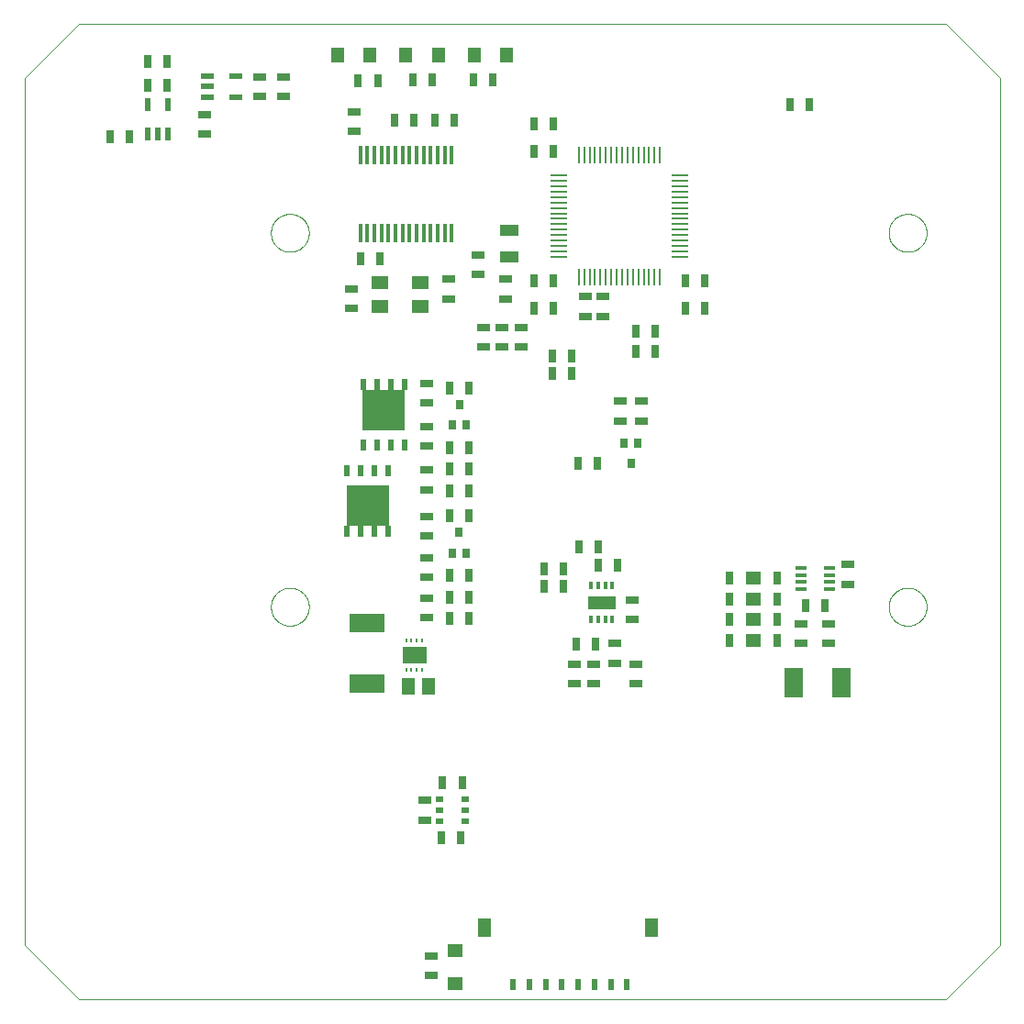
<source format=gtp>
G75*
%MOIN*%
%OFA0B0*%
%FSLAX25Y25*%
%IPPOS*%
%LPD*%
%AMOC8*
5,1,8,0,0,1.08239X$1,22.5*
%
%ADD10R,0.05118X0.05906*%
%ADD11C,0.00000*%
%ADD12R,0.00787X0.01575*%
%ADD13R,0.08760X0.05906*%
%ADD14R,0.04724X0.02362*%
%ADD15R,0.04724X0.03150*%
%ADD16R,0.02362X0.04724*%
%ADD17R,0.03150X0.04724*%
%ADD18R,0.12598X0.07087*%
%ADD19R,0.03937X0.01772*%
%ADD20R,0.01575X0.02756*%
%ADD21R,0.10000X0.05000*%
%ADD22R,0.02756X0.03543*%
%ADD23R,0.07087X0.10630*%
%ADD24R,0.02402X0.04016*%
%ADD25R,0.15394X0.15000*%
%ADD26R,0.00984X0.06102*%
%ADD27R,0.06102X0.00984*%
%ADD28R,0.01575X0.06890*%
%ADD29R,0.07087X0.03937*%
%ADD30R,0.06299X0.04921*%
%ADD31R,0.03937X0.00984*%
%ADD32R,0.00984X0.03937*%
%ADD33R,0.02756X0.02000*%
%ADD34R,0.02362X0.03937*%
%ADD35R,0.04921X0.07087*%
%ADD36R,0.04724X0.05512*%
%ADD37R,0.05512X0.04724*%
D10*
X0142502Y0115101D03*
X0149983Y0115101D03*
D11*
X0003172Y0020888D02*
X0003172Y0335849D01*
X0022857Y0355534D01*
X0337817Y0355534D01*
X0357502Y0335849D01*
X0357502Y0020888D01*
X0337817Y0001203D01*
X0022857Y0001203D01*
X0003172Y0020888D01*
X0092738Y0143920D02*
X0092740Y0144089D01*
X0092746Y0144258D01*
X0092757Y0144427D01*
X0092771Y0144595D01*
X0092790Y0144763D01*
X0092813Y0144931D01*
X0092839Y0145098D01*
X0092870Y0145264D01*
X0092905Y0145430D01*
X0092944Y0145594D01*
X0092988Y0145758D01*
X0093035Y0145920D01*
X0093086Y0146081D01*
X0093141Y0146241D01*
X0093200Y0146400D01*
X0093262Y0146557D01*
X0093329Y0146712D01*
X0093400Y0146866D01*
X0093474Y0147018D01*
X0093552Y0147168D01*
X0093633Y0147316D01*
X0093718Y0147462D01*
X0093807Y0147606D01*
X0093899Y0147748D01*
X0093995Y0147887D01*
X0094094Y0148024D01*
X0094196Y0148159D01*
X0094302Y0148291D01*
X0094411Y0148420D01*
X0094523Y0148547D01*
X0094638Y0148671D01*
X0094756Y0148792D01*
X0094877Y0148910D01*
X0095001Y0149025D01*
X0095128Y0149137D01*
X0095257Y0149246D01*
X0095389Y0149352D01*
X0095524Y0149454D01*
X0095661Y0149553D01*
X0095800Y0149649D01*
X0095942Y0149741D01*
X0096086Y0149830D01*
X0096232Y0149915D01*
X0096380Y0149996D01*
X0096530Y0150074D01*
X0096682Y0150148D01*
X0096836Y0150219D01*
X0096991Y0150286D01*
X0097148Y0150348D01*
X0097307Y0150407D01*
X0097467Y0150462D01*
X0097628Y0150513D01*
X0097790Y0150560D01*
X0097954Y0150604D01*
X0098118Y0150643D01*
X0098284Y0150678D01*
X0098450Y0150709D01*
X0098617Y0150735D01*
X0098785Y0150758D01*
X0098953Y0150777D01*
X0099121Y0150791D01*
X0099290Y0150802D01*
X0099459Y0150808D01*
X0099628Y0150810D01*
X0099797Y0150808D01*
X0099966Y0150802D01*
X0100135Y0150791D01*
X0100303Y0150777D01*
X0100471Y0150758D01*
X0100639Y0150735D01*
X0100806Y0150709D01*
X0100972Y0150678D01*
X0101138Y0150643D01*
X0101302Y0150604D01*
X0101466Y0150560D01*
X0101628Y0150513D01*
X0101789Y0150462D01*
X0101949Y0150407D01*
X0102108Y0150348D01*
X0102265Y0150286D01*
X0102420Y0150219D01*
X0102574Y0150148D01*
X0102726Y0150074D01*
X0102876Y0149996D01*
X0103024Y0149915D01*
X0103170Y0149830D01*
X0103314Y0149741D01*
X0103456Y0149649D01*
X0103595Y0149553D01*
X0103732Y0149454D01*
X0103867Y0149352D01*
X0103999Y0149246D01*
X0104128Y0149137D01*
X0104255Y0149025D01*
X0104379Y0148910D01*
X0104500Y0148792D01*
X0104618Y0148671D01*
X0104733Y0148547D01*
X0104845Y0148420D01*
X0104954Y0148291D01*
X0105060Y0148159D01*
X0105162Y0148024D01*
X0105261Y0147887D01*
X0105357Y0147748D01*
X0105449Y0147606D01*
X0105538Y0147462D01*
X0105623Y0147316D01*
X0105704Y0147168D01*
X0105782Y0147018D01*
X0105856Y0146866D01*
X0105927Y0146712D01*
X0105994Y0146557D01*
X0106056Y0146400D01*
X0106115Y0146241D01*
X0106170Y0146081D01*
X0106221Y0145920D01*
X0106268Y0145758D01*
X0106312Y0145594D01*
X0106351Y0145430D01*
X0106386Y0145264D01*
X0106417Y0145098D01*
X0106443Y0144931D01*
X0106466Y0144763D01*
X0106485Y0144595D01*
X0106499Y0144427D01*
X0106510Y0144258D01*
X0106516Y0144089D01*
X0106518Y0143920D01*
X0106516Y0143751D01*
X0106510Y0143582D01*
X0106499Y0143413D01*
X0106485Y0143245D01*
X0106466Y0143077D01*
X0106443Y0142909D01*
X0106417Y0142742D01*
X0106386Y0142576D01*
X0106351Y0142410D01*
X0106312Y0142246D01*
X0106268Y0142082D01*
X0106221Y0141920D01*
X0106170Y0141759D01*
X0106115Y0141599D01*
X0106056Y0141440D01*
X0105994Y0141283D01*
X0105927Y0141128D01*
X0105856Y0140974D01*
X0105782Y0140822D01*
X0105704Y0140672D01*
X0105623Y0140524D01*
X0105538Y0140378D01*
X0105449Y0140234D01*
X0105357Y0140092D01*
X0105261Y0139953D01*
X0105162Y0139816D01*
X0105060Y0139681D01*
X0104954Y0139549D01*
X0104845Y0139420D01*
X0104733Y0139293D01*
X0104618Y0139169D01*
X0104500Y0139048D01*
X0104379Y0138930D01*
X0104255Y0138815D01*
X0104128Y0138703D01*
X0103999Y0138594D01*
X0103867Y0138488D01*
X0103732Y0138386D01*
X0103595Y0138287D01*
X0103456Y0138191D01*
X0103314Y0138099D01*
X0103170Y0138010D01*
X0103024Y0137925D01*
X0102876Y0137844D01*
X0102726Y0137766D01*
X0102574Y0137692D01*
X0102420Y0137621D01*
X0102265Y0137554D01*
X0102108Y0137492D01*
X0101949Y0137433D01*
X0101789Y0137378D01*
X0101628Y0137327D01*
X0101466Y0137280D01*
X0101302Y0137236D01*
X0101138Y0137197D01*
X0100972Y0137162D01*
X0100806Y0137131D01*
X0100639Y0137105D01*
X0100471Y0137082D01*
X0100303Y0137063D01*
X0100135Y0137049D01*
X0099966Y0137038D01*
X0099797Y0137032D01*
X0099628Y0137030D01*
X0099459Y0137032D01*
X0099290Y0137038D01*
X0099121Y0137049D01*
X0098953Y0137063D01*
X0098785Y0137082D01*
X0098617Y0137105D01*
X0098450Y0137131D01*
X0098284Y0137162D01*
X0098118Y0137197D01*
X0097954Y0137236D01*
X0097790Y0137280D01*
X0097628Y0137327D01*
X0097467Y0137378D01*
X0097307Y0137433D01*
X0097148Y0137492D01*
X0096991Y0137554D01*
X0096836Y0137621D01*
X0096682Y0137692D01*
X0096530Y0137766D01*
X0096380Y0137844D01*
X0096232Y0137925D01*
X0096086Y0138010D01*
X0095942Y0138099D01*
X0095800Y0138191D01*
X0095661Y0138287D01*
X0095524Y0138386D01*
X0095389Y0138488D01*
X0095257Y0138594D01*
X0095128Y0138703D01*
X0095001Y0138815D01*
X0094877Y0138930D01*
X0094756Y0139048D01*
X0094638Y0139169D01*
X0094523Y0139293D01*
X0094411Y0139420D01*
X0094302Y0139549D01*
X0094196Y0139681D01*
X0094094Y0139816D01*
X0093995Y0139953D01*
X0093899Y0140092D01*
X0093807Y0140234D01*
X0093718Y0140378D01*
X0093633Y0140524D01*
X0093552Y0140672D01*
X0093474Y0140822D01*
X0093400Y0140974D01*
X0093329Y0141128D01*
X0093262Y0141283D01*
X0093200Y0141440D01*
X0093141Y0141599D01*
X0093086Y0141759D01*
X0093035Y0141920D01*
X0092988Y0142082D01*
X0092944Y0142246D01*
X0092905Y0142410D01*
X0092870Y0142576D01*
X0092839Y0142742D01*
X0092813Y0142909D01*
X0092790Y0143077D01*
X0092771Y0143245D01*
X0092757Y0143413D01*
X0092746Y0143582D01*
X0092740Y0143751D01*
X0092738Y0143920D01*
X0092738Y0279746D02*
X0092740Y0279915D01*
X0092746Y0280084D01*
X0092757Y0280253D01*
X0092771Y0280421D01*
X0092790Y0280589D01*
X0092813Y0280757D01*
X0092839Y0280924D01*
X0092870Y0281090D01*
X0092905Y0281256D01*
X0092944Y0281420D01*
X0092988Y0281584D01*
X0093035Y0281746D01*
X0093086Y0281907D01*
X0093141Y0282067D01*
X0093200Y0282226D01*
X0093262Y0282383D01*
X0093329Y0282538D01*
X0093400Y0282692D01*
X0093474Y0282844D01*
X0093552Y0282994D01*
X0093633Y0283142D01*
X0093718Y0283288D01*
X0093807Y0283432D01*
X0093899Y0283574D01*
X0093995Y0283713D01*
X0094094Y0283850D01*
X0094196Y0283985D01*
X0094302Y0284117D01*
X0094411Y0284246D01*
X0094523Y0284373D01*
X0094638Y0284497D01*
X0094756Y0284618D01*
X0094877Y0284736D01*
X0095001Y0284851D01*
X0095128Y0284963D01*
X0095257Y0285072D01*
X0095389Y0285178D01*
X0095524Y0285280D01*
X0095661Y0285379D01*
X0095800Y0285475D01*
X0095942Y0285567D01*
X0096086Y0285656D01*
X0096232Y0285741D01*
X0096380Y0285822D01*
X0096530Y0285900D01*
X0096682Y0285974D01*
X0096836Y0286045D01*
X0096991Y0286112D01*
X0097148Y0286174D01*
X0097307Y0286233D01*
X0097467Y0286288D01*
X0097628Y0286339D01*
X0097790Y0286386D01*
X0097954Y0286430D01*
X0098118Y0286469D01*
X0098284Y0286504D01*
X0098450Y0286535D01*
X0098617Y0286561D01*
X0098785Y0286584D01*
X0098953Y0286603D01*
X0099121Y0286617D01*
X0099290Y0286628D01*
X0099459Y0286634D01*
X0099628Y0286636D01*
X0099797Y0286634D01*
X0099966Y0286628D01*
X0100135Y0286617D01*
X0100303Y0286603D01*
X0100471Y0286584D01*
X0100639Y0286561D01*
X0100806Y0286535D01*
X0100972Y0286504D01*
X0101138Y0286469D01*
X0101302Y0286430D01*
X0101466Y0286386D01*
X0101628Y0286339D01*
X0101789Y0286288D01*
X0101949Y0286233D01*
X0102108Y0286174D01*
X0102265Y0286112D01*
X0102420Y0286045D01*
X0102574Y0285974D01*
X0102726Y0285900D01*
X0102876Y0285822D01*
X0103024Y0285741D01*
X0103170Y0285656D01*
X0103314Y0285567D01*
X0103456Y0285475D01*
X0103595Y0285379D01*
X0103732Y0285280D01*
X0103867Y0285178D01*
X0103999Y0285072D01*
X0104128Y0284963D01*
X0104255Y0284851D01*
X0104379Y0284736D01*
X0104500Y0284618D01*
X0104618Y0284497D01*
X0104733Y0284373D01*
X0104845Y0284246D01*
X0104954Y0284117D01*
X0105060Y0283985D01*
X0105162Y0283850D01*
X0105261Y0283713D01*
X0105357Y0283574D01*
X0105449Y0283432D01*
X0105538Y0283288D01*
X0105623Y0283142D01*
X0105704Y0282994D01*
X0105782Y0282844D01*
X0105856Y0282692D01*
X0105927Y0282538D01*
X0105994Y0282383D01*
X0106056Y0282226D01*
X0106115Y0282067D01*
X0106170Y0281907D01*
X0106221Y0281746D01*
X0106268Y0281584D01*
X0106312Y0281420D01*
X0106351Y0281256D01*
X0106386Y0281090D01*
X0106417Y0280924D01*
X0106443Y0280757D01*
X0106466Y0280589D01*
X0106485Y0280421D01*
X0106499Y0280253D01*
X0106510Y0280084D01*
X0106516Y0279915D01*
X0106518Y0279746D01*
X0106516Y0279577D01*
X0106510Y0279408D01*
X0106499Y0279239D01*
X0106485Y0279071D01*
X0106466Y0278903D01*
X0106443Y0278735D01*
X0106417Y0278568D01*
X0106386Y0278402D01*
X0106351Y0278236D01*
X0106312Y0278072D01*
X0106268Y0277908D01*
X0106221Y0277746D01*
X0106170Y0277585D01*
X0106115Y0277425D01*
X0106056Y0277266D01*
X0105994Y0277109D01*
X0105927Y0276954D01*
X0105856Y0276800D01*
X0105782Y0276648D01*
X0105704Y0276498D01*
X0105623Y0276350D01*
X0105538Y0276204D01*
X0105449Y0276060D01*
X0105357Y0275918D01*
X0105261Y0275779D01*
X0105162Y0275642D01*
X0105060Y0275507D01*
X0104954Y0275375D01*
X0104845Y0275246D01*
X0104733Y0275119D01*
X0104618Y0274995D01*
X0104500Y0274874D01*
X0104379Y0274756D01*
X0104255Y0274641D01*
X0104128Y0274529D01*
X0103999Y0274420D01*
X0103867Y0274314D01*
X0103732Y0274212D01*
X0103595Y0274113D01*
X0103456Y0274017D01*
X0103314Y0273925D01*
X0103170Y0273836D01*
X0103024Y0273751D01*
X0102876Y0273670D01*
X0102726Y0273592D01*
X0102574Y0273518D01*
X0102420Y0273447D01*
X0102265Y0273380D01*
X0102108Y0273318D01*
X0101949Y0273259D01*
X0101789Y0273204D01*
X0101628Y0273153D01*
X0101466Y0273106D01*
X0101302Y0273062D01*
X0101138Y0273023D01*
X0100972Y0272988D01*
X0100806Y0272957D01*
X0100639Y0272931D01*
X0100471Y0272908D01*
X0100303Y0272889D01*
X0100135Y0272875D01*
X0099966Y0272864D01*
X0099797Y0272858D01*
X0099628Y0272856D01*
X0099459Y0272858D01*
X0099290Y0272864D01*
X0099121Y0272875D01*
X0098953Y0272889D01*
X0098785Y0272908D01*
X0098617Y0272931D01*
X0098450Y0272957D01*
X0098284Y0272988D01*
X0098118Y0273023D01*
X0097954Y0273062D01*
X0097790Y0273106D01*
X0097628Y0273153D01*
X0097467Y0273204D01*
X0097307Y0273259D01*
X0097148Y0273318D01*
X0096991Y0273380D01*
X0096836Y0273447D01*
X0096682Y0273518D01*
X0096530Y0273592D01*
X0096380Y0273670D01*
X0096232Y0273751D01*
X0096086Y0273836D01*
X0095942Y0273925D01*
X0095800Y0274017D01*
X0095661Y0274113D01*
X0095524Y0274212D01*
X0095389Y0274314D01*
X0095257Y0274420D01*
X0095128Y0274529D01*
X0095001Y0274641D01*
X0094877Y0274756D01*
X0094756Y0274874D01*
X0094638Y0274995D01*
X0094523Y0275119D01*
X0094411Y0275246D01*
X0094302Y0275375D01*
X0094196Y0275507D01*
X0094094Y0275642D01*
X0093995Y0275779D01*
X0093899Y0275918D01*
X0093807Y0276060D01*
X0093718Y0276204D01*
X0093633Y0276350D01*
X0093552Y0276498D01*
X0093474Y0276648D01*
X0093400Y0276800D01*
X0093329Y0276954D01*
X0093262Y0277109D01*
X0093200Y0277266D01*
X0093141Y0277425D01*
X0093086Y0277585D01*
X0093035Y0277746D01*
X0092988Y0277908D01*
X0092944Y0278072D01*
X0092905Y0278236D01*
X0092870Y0278402D01*
X0092839Y0278568D01*
X0092813Y0278735D01*
X0092790Y0278903D01*
X0092771Y0279071D01*
X0092757Y0279239D01*
X0092746Y0279408D01*
X0092740Y0279577D01*
X0092738Y0279746D01*
X0317148Y0279746D02*
X0317150Y0279915D01*
X0317156Y0280084D01*
X0317167Y0280253D01*
X0317181Y0280421D01*
X0317200Y0280589D01*
X0317223Y0280757D01*
X0317249Y0280924D01*
X0317280Y0281090D01*
X0317315Y0281256D01*
X0317354Y0281420D01*
X0317398Y0281584D01*
X0317445Y0281746D01*
X0317496Y0281907D01*
X0317551Y0282067D01*
X0317610Y0282226D01*
X0317672Y0282383D01*
X0317739Y0282538D01*
X0317810Y0282692D01*
X0317884Y0282844D01*
X0317962Y0282994D01*
X0318043Y0283142D01*
X0318128Y0283288D01*
X0318217Y0283432D01*
X0318309Y0283574D01*
X0318405Y0283713D01*
X0318504Y0283850D01*
X0318606Y0283985D01*
X0318712Y0284117D01*
X0318821Y0284246D01*
X0318933Y0284373D01*
X0319048Y0284497D01*
X0319166Y0284618D01*
X0319287Y0284736D01*
X0319411Y0284851D01*
X0319538Y0284963D01*
X0319667Y0285072D01*
X0319799Y0285178D01*
X0319934Y0285280D01*
X0320071Y0285379D01*
X0320210Y0285475D01*
X0320352Y0285567D01*
X0320496Y0285656D01*
X0320642Y0285741D01*
X0320790Y0285822D01*
X0320940Y0285900D01*
X0321092Y0285974D01*
X0321246Y0286045D01*
X0321401Y0286112D01*
X0321558Y0286174D01*
X0321717Y0286233D01*
X0321877Y0286288D01*
X0322038Y0286339D01*
X0322200Y0286386D01*
X0322364Y0286430D01*
X0322528Y0286469D01*
X0322694Y0286504D01*
X0322860Y0286535D01*
X0323027Y0286561D01*
X0323195Y0286584D01*
X0323363Y0286603D01*
X0323531Y0286617D01*
X0323700Y0286628D01*
X0323869Y0286634D01*
X0324038Y0286636D01*
X0324207Y0286634D01*
X0324376Y0286628D01*
X0324545Y0286617D01*
X0324713Y0286603D01*
X0324881Y0286584D01*
X0325049Y0286561D01*
X0325216Y0286535D01*
X0325382Y0286504D01*
X0325548Y0286469D01*
X0325712Y0286430D01*
X0325876Y0286386D01*
X0326038Y0286339D01*
X0326199Y0286288D01*
X0326359Y0286233D01*
X0326518Y0286174D01*
X0326675Y0286112D01*
X0326830Y0286045D01*
X0326984Y0285974D01*
X0327136Y0285900D01*
X0327286Y0285822D01*
X0327434Y0285741D01*
X0327580Y0285656D01*
X0327724Y0285567D01*
X0327866Y0285475D01*
X0328005Y0285379D01*
X0328142Y0285280D01*
X0328277Y0285178D01*
X0328409Y0285072D01*
X0328538Y0284963D01*
X0328665Y0284851D01*
X0328789Y0284736D01*
X0328910Y0284618D01*
X0329028Y0284497D01*
X0329143Y0284373D01*
X0329255Y0284246D01*
X0329364Y0284117D01*
X0329470Y0283985D01*
X0329572Y0283850D01*
X0329671Y0283713D01*
X0329767Y0283574D01*
X0329859Y0283432D01*
X0329948Y0283288D01*
X0330033Y0283142D01*
X0330114Y0282994D01*
X0330192Y0282844D01*
X0330266Y0282692D01*
X0330337Y0282538D01*
X0330404Y0282383D01*
X0330466Y0282226D01*
X0330525Y0282067D01*
X0330580Y0281907D01*
X0330631Y0281746D01*
X0330678Y0281584D01*
X0330722Y0281420D01*
X0330761Y0281256D01*
X0330796Y0281090D01*
X0330827Y0280924D01*
X0330853Y0280757D01*
X0330876Y0280589D01*
X0330895Y0280421D01*
X0330909Y0280253D01*
X0330920Y0280084D01*
X0330926Y0279915D01*
X0330928Y0279746D01*
X0330926Y0279577D01*
X0330920Y0279408D01*
X0330909Y0279239D01*
X0330895Y0279071D01*
X0330876Y0278903D01*
X0330853Y0278735D01*
X0330827Y0278568D01*
X0330796Y0278402D01*
X0330761Y0278236D01*
X0330722Y0278072D01*
X0330678Y0277908D01*
X0330631Y0277746D01*
X0330580Y0277585D01*
X0330525Y0277425D01*
X0330466Y0277266D01*
X0330404Y0277109D01*
X0330337Y0276954D01*
X0330266Y0276800D01*
X0330192Y0276648D01*
X0330114Y0276498D01*
X0330033Y0276350D01*
X0329948Y0276204D01*
X0329859Y0276060D01*
X0329767Y0275918D01*
X0329671Y0275779D01*
X0329572Y0275642D01*
X0329470Y0275507D01*
X0329364Y0275375D01*
X0329255Y0275246D01*
X0329143Y0275119D01*
X0329028Y0274995D01*
X0328910Y0274874D01*
X0328789Y0274756D01*
X0328665Y0274641D01*
X0328538Y0274529D01*
X0328409Y0274420D01*
X0328277Y0274314D01*
X0328142Y0274212D01*
X0328005Y0274113D01*
X0327866Y0274017D01*
X0327724Y0273925D01*
X0327580Y0273836D01*
X0327434Y0273751D01*
X0327286Y0273670D01*
X0327136Y0273592D01*
X0326984Y0273518D01*
X0326830Y0273447D01*
X0326675Y0273380D01*
X0326518Y0273318D01*
X0326359Y0273259D01*
X0326199Y0273204D01*
X0326038Y0273153D01*
X0325876Y0273106D01*
X0325712Y0273062D01*
X0325548Y0273023D01*
X0325382Y0272988D01*
X0325216Y0272957D01*
X0325049Y0272931D01*
X0324881Y0272908D01*
X0324713Y0272889D01*
X0324545Y0272875D01*
X0324376Y0272864D01*
X0324207Y0272858D01*
X0324038Y0272856D01*
X0323869Y0272858D01*
X0323700Y0272864D01*
X0323531Y0272875D01*
X0323363Y0272889D01*
X0323195Y0272908D01*
X0323027Y0272931D01*
X0322860Y0272957D01*
X0322694Y0272988D01*
X0322528Y0273023D01*
X0322364Y0273062D01*
X0322200Y0273106D01*
X0322038Y0273153D01*
X0321877Y0273204D01*
X0321717Y0273259D01*
X0321558Y0273318D01*
X0321401Y0273380D01*
X0321246Y0273447D01*
X0321092Y0273518D01*
X0320940Y0273592D01*
X0320790Y0273670D01*
X0320642Y0273751D01*
X0320496Y0273836D01*
X0320352Y0273925D01*
X0320210Y0274017D01*
X0320071Y0274113D01*
X0319934Y0274212D01*
X0319799Y0274314D01*
X0319667Y0274420D01*
X0319538Y0274529D01*
X0319411Y0274641D01*
X0319287Y0274756D01*
X0319166Y0274874D01*
X0319048Y0274995D01*
X0318933Y0275119D01*
X0318821Y0275246D01*
X0318712Y0275375D01*
X0318606Y0275507D01*
X0318504Y0275642D01*
X0318405Y0275779D01*
X0318309Y0275918D01*
X0318217Y0276060D01*
X0318128Y0276204D01*
X0318043Y0276350D01*
X0317962Y0276498D01*
X0317884Y0276648D01*
X0317810Y0276800D01*
X0317739Y0276954D01*
X0317672Y0277109D01*
X0317610Y0277266D01*
X0317551Y0277425D01*
X0317496Y0277585D01*
X0317445Y0277746D01*
X0317398Y0277908D01*
X0317354Y0278072D01*
X0317315Y0278236D01*
X0317280Y0278402D01*
X0317249Y0278568D01*
X0317223Y0278735D01*
X0317200Y0278903D01*
X0317181Y0279071D01*
X0317167Y0279239D01*
X0317156Y0279408D01*
X0317150Y0279577D01*
X0317148Y0279746D01*
X0317148Y0143920D02*
X0317150Y0144089D01*
X0317156Y0144258D01*
X0317167Y0144427D01*
X0317181Y0144595D01*
X0317200Y0144763D01*
X0317223Y0144931D01*
X0317249Y0145098D01*
X0317280Y0145264D01*
X0317315Y0145430D01*
X0317354Y0145594D01*
X0317398Y0145758D01*
X0317445Y0145920D01*
X0317496Y0146081D01*
X0317551Y0146241D01*
X0317610Y0146400D01*
X0317672Y0146557D01*
X0317739Y0146712D01*
X0317810Y0146866D01*
X0317884Y0147018D01*
X0317962Y0147168D01*
X0318043Y0147316D01*
X0318128Y0147462D01*
X0318217Y0147606D01*
X0318309Y0147748D01*
X0318405Y0147887D01*
X0318504Y0148024D01*
X0318606Y0148159D01*
X0318712Y0148291D01*
X0318821Y0148420D01*
X0318933Y0148547D01*
X0319048Y0148671D01*
X0319166Y0148792D01*
X0319287Y0148910D01*
X0319411Y0149025D01*
X0319538Y0149137D01*
X0319667Y0149246D01*
X0319799Y0149352D01*
X0319934Y0149454D01*
X0320071Y0149553D01*
X0320210Y0149649D01*
X0320352Y0149741D01*
X0320496Y0149830D01*
X0320642Y0149915D01*
X0320790Y0149996D01*
X0320940Y0150074D01*
X0321092Y0150148D01*
X0321246Y0150219D01*
X0321401Y0150286D01*
X0321558Y0150348D01*
X0321717Y0150407D01*
X0321877Y0150462D01*
X0322038Y0150513D01*
X0322200Y0150560D01*
X0322364Y0150604D01*
X0322528Y0150643D01*
X0322694Y0150678D01*
X0322860Y0150709D01*
X0323027Y0150735D01*
X0323195Y0150758D01*
X0323363Y0150777D01*
X0323531Y0150791D01*
X0323700Y0150802D01*
X0323869Y0150808D01*
X0324038Y0150810D01*
X0324207Y0150808D01*
X0324376Y0150802D01*
X0324545Y0150791D01*
X0324713Y0150777D01*
X0324881Y0150758D01*
X0325049Y0150735D01*
X0325216Y0150709D01*
X0325382Y0150678D01*
X0325548Y0150643D01*
X0325712Y0150604D01*
X0325876Y0150560D01*
X0326038Y0150513D01*
X0326199Y0150462D01*
X0326359Y0150407D01*
X0326518Y0150348D01*
X0326675Y0150286D01*
X0326830Y0150219D01*
X0326984Y0150148D01*
X0327136Y0150074D01*
X0327286Y0149996D01*
X0327434Y0149915D01*
X0327580Y0149830D01*
X0327724Y0149741D01*
X0327866Y0149649D01*
X0328005Y0149553D01*
X0328142Y0149454D01*
X0328277Y0149352D01*
X0328409Y0149246D01*
X0328538Y0149137D01*
X0328665Y0149025D01*
X0328789Y0148910D01*
X0328910Y0148792D01*
X0329028Y0148671D01*
X0329143Y0148547D01*
X0329255Y0148420D01*
X0329364Y0148291D01*
X0329470Y0148159D01*
X0329572Y0148024D01*
X0329671Y0147887D01*
X0329767Y0147748D01*
X0329859Y0147606D01*
X0329948Y0147462D01*
X0330033Y0147316D01*
X0330114Y0147168D01*
X0330192Y0147018D01*
X0330266Y0146866D01*
X0330337Y0146712D01*
X0330404Y0146557D01*
X0330466Y0146400D01*
X0330525Y0146241D01*
X0330580Y0146081D01*
X0330631Y0145920D01*
X0330678Y0145758D01*
X0330722Y0145594D01*
X0330761Y0145430D01*
X0330796Y0145264D01*
X0330827Y0145098D01*
X0330853Y0144931D01*
X0330876Y0144763D01*
X0330895Y0144595D01*
X0330909Y0144427D01*
X0330920Y0144258D01*
X0330926Y0144089D01*
X0330928Y0143920D01*
X0330926Y0143751D01*
X0330920Y0143582D01*
X0330909Y0143413D01*
X0330895Y0143245D01*
X0330876Y0143077D01*
X0330853Y0142909D01*
X0330827Y0142742D01*
X0330796Y0142576D01*
X0330761Y0142410D01*
X0330722Y0142246D01*
X0330678Y0142082D01*
X0330631Y0141920D01*
X0330580Y0141759D01*
X0330525Y0141599D01*
X0330466Y0141440D01*
X0330404Y0141283D01*
X0330337Y0141128D01*
X0330266Y0140974D01*
X0330192Y0140822D01*
X0330114Y0140672D01*
X0330033Y0140524D01*
X0329948Y0140378D01*
X0329859Y0140234D01*
X0329767Y0140092D01*
X0329671Y0139953D01*
X0329572Y0139816D01*
X0329470Y0139681D01*
X0329364Y0139549D01*
X0329255Y0139420D01*
X0329143Y0139293D01*
X0329028Y0139169D01*
X0328910Y0139048D01*
X0328789Y0138930D01*
X0328665Y0138815D01*
X0328538Y0138703D01*
X0328409Y0138594D01*
X0328277Y0138488D01*
X0328142Y0138386D01*
X0328005Y0138287D01*
X0327866Y0138191D01*
X0327724Y0138099D01*
X0327580Y0138010D01*
X0327434Y0137925D01*
X0327286Y0137844D01*
X0327136Y0137766D01*
X0326984Y0137692D01*
X0326830Y0137621D01*
X0326675Y0137554D01*
X0326518Y0137492D01*
X0326359Y0137433D01*
X0326199Y0137378D01*
X0326038Y0137327D01*
X0325876Y0137280D01*
X0325712Y0137236D01*
X0325548Y0137197D01*
X0325382Y0137162D01*
X0325216Y0137131D01*
X0325049Y0137105D01*
X0324881Y0137082D01*
X0324713Y0137063D01*
X0324545Y0137049D01*
X0324376Y0137038D01*
X0324207Y0137032D01*
X0324038Y0137030D01*
X0323869Y0137032D01*
X0323700Y0137038D01*
X0323531Y0137049D01*
X0323363Y0137063D01*
X0323195Y0137082D01*
X0323027Y0137105D01*
X0322860Y0137131D01*
X0322694Y0137162D01*
X0322528Y0137197D01*
X0322364Y0137236D01*
X0322200Y0137280D01*
X0322038Y0137327D01*
X0321877Y0137378D01*
X0321717Y0137433D01*
X0321558Y0137492D01*
X0321401Y0137554D01*
X0321246Y0137621D01*
X0321092Y0137692D01*
X0320940Y0137766D01*
X0320790Y0137844D01*
X0320642Y0137925D01*
X0320496Y0138010D01*
X0320352Y0138099D01*
X0320210Y0138191D01*
X0320071Y0138287D01*
X0319934Y0138386D01*
X0319799Y0138488D01*
X0319667Y0138594D01*
X0319538Y0138703D01*
X0319411Y0138815D01*
X0319287Y0138930D01*
X0319166Y0139048D01*
X0319048Y0139169D01*
X0318933Y0139293D01*
X0318821Y0139420D01*
X0318712Y0139549D01*
X0318606Y0139681D01*
X0318504Y0139816D01*
X0318405Y0139953D01*
X0318309Y0140092D01*
X0318217Y0140234D01*
X0318128Y0140378D01*
X0318043Y0140524D01*
X0317962Y0140672D01*
X0317884Y0140822D01*
X0317810Y0140974D01*
X0317739Y0141128D01*
X0317672Y0141283D01*
X0317610Y0141440D01*
X0317551Y0141599D01*
X0317496Y0141759D01*
X0317445Y0141920D01*
X0317398Y0142082D01*
X0317354Y0142246D01*
X0317315Y0142410D01*
X0317280Y0142576D01*
X0317249Y0142742D01*
X0317223Y0142909D01*
X0317200Y0143077D01*
X0317181Y0143245D01*
X0317167Y0143413D01*
X0317156Y0143582D01*
X0317150Y0143751D01*
X0317148Y0143920D01*
D12*
X0147739Y0131715D03*
X0145770Y0131715D03*
X0143802Y0131715D03*
X0141833Y0131715D03*
X0141833Y0121085D03*
X0143802Y0121085D03*
X0145770Y0121085D03*
X0147739Y0121085D03*
D13*
X0144835Y0126400D03*
D14*
X0080120Y0329146D03*
X0080120Y0336626D03*
X0069491Y0336626D03*
X0069491Y0332886D03*
X0069491Y0329146D03*
D15*
X0068556Y0322680D03*
X0068556Y0315593D03*
X0088556Y0329343D03*
X0088556Y0336430D03*
X0097306Y0336430D03*
X0097306Y0329343D03*
X0122857Y0323762D03*
X0122857Y0316676D03*
X0168132Y0271754D03*
X0168132Y0264668D03*
X0177975Y0262896D03*
X0177975Y0255809D03*
X0176794Y0245298D03*
X0183487Y0245298D03*
X0183487Y0238211D03*
X0176794Y0238211D03*
X0170101Y0238211D03*
X0170101Y0245298D03*
X0157306Y0255809D03*
X0157306Y0262896D03*
X0121872Y0259294D03*
X0121872Y0252207D03*
X0149431Y0225022D03*
X0149431Y0217935D03*
X0149431Y0209274D03*
X0149431Y0202187D03*
X0149431Y0193526D03*
X0149431Y0186439D03*
X0149431Y0176794D03*
X0149431Y0169707D03*
X0149235Y0161636D03*
X0149235Y0154550D03*
X0149235Y0147069D03*
X0149235Y0139983D03*
X0202975Y0123054D03*
X0202975Y0115967D03*
X0210061Y0115967D03*
X0210061Y0123054D03*
X0217739Y0123447D03*
X0217739Y0130534D03*
X0223841Y0139195D03*
X0223841Y0146282D03*
X0225219Y0123054D03*
X0225219Y0115967D03*
X0285455Y0130652D03*
X0285455Y0137739D03*
X0295455Y0137739D03*
X0295455Y0130652D03*
X0302455Y0152152D03*
X0302455Y0159239D03*
X0227187Y0211439D03*
X0227187Y0218526D03*
X0219707Y0218526D03*
X0219707Y0211439D03*
X0213211Y0249431D03*
X0206912Y0249431D03*
X0206912Y0256518D03*
X0213211Y0256518D03*
X0148605Y0073526D03*
X0148605Y0066439D03*
X0150888Y0017109D03*
X0150888Y0010022D03*
D16*
X0055327Y0315554D03*
X0051587Y0315554D03*
X0047847Y0315554D03*
X0047847Y0326183D03*
X0055327Y0326183D03*
D17*
X0055130Y0333369D03*
X0048044Y0333369D03*
X0048044Y0342119D03*
X0055130Y0342119D03*
X0041380Y0314619D03*
X0034294Y0314619D03*
X0124431Y0335061D03*
X0131518Y0335061D03*
X0144313Y0335455D03*
X0151400Y0335455D03*
X0152207Y0320790D03*
X0159294Y0320790D03*
X0144687Y0320790D03*
X0137601Y0320790D03*
X0166361Y0335455D03*
X0173447Y0335455D03*
X0188290Y0319313D03*
X0195376Y0319313D03*
X0195376Y0309471D03*
X0188290Y0309471D03*
X0188290Y0262227D03*
X0195376Y0262227D03*
X0195376Y0252384D03*
X0188290Y0252384D03*
X0194904Y0235140D03*
X0194904Y0228526D03*
X0201991Y0228526D03*
X0201991Y0235140D03*
X0225219Y0236636D03*
X0232306Y0236636D03*
X0232306Y0243920D03*
X0225219Y0243920D03*
X0243250Y0252384D03*
X0250337Y0252384D03*
X0250337Y0262227D03*
X0243250Y0262227D03*
X0211243Y0195888D03*
X0204156Y0195888D03*
X0204550Y0165573D03*
X0211636Y0165573D03*
X0211636Y0159077D03*
X0218723Y0159077D03*
X0199038Y0157699D03*
X0199038Y0151203D03*
X0191951Y0151203D03*
X0191951Y0157699D03*
X0164589Y0155337D03*
X0157502Y0155337D03*
X0157502Y0147463D03*
X0164589Y0147463D03*
X0164589Y0139589D03*
X0157502Y0139589D03*
X0157502Y0176991D03*
X0164589Y0176991D03*
X0164786Y0186046D03*
X0157699Y0186046D03*
X0157699Y0193920D03*
X0164786Y0193920D03*
X0164786Y0201794D03*
X0157699Y0201794D03*
X0157699Y0223447D03*
X0164786Y0223447D03*
X0132286Y0270199D03*
X0125199Y0270199D03*
X0259412Y0154195D03*
X0266498Y0154195D03*
X0269412Y0154195D03*
X0276498Y0154195D03*
X0276498Y0146695D03*
X0269412Y0146695D03*
X0266498Y0146695D03*
X0259412Y0146695D03*
X0259412Y0139195D03*
X0266498Y0139195D03*
X0269412Y0139195D03*
X0276498Y0139195D03*
X0276498Y0131695D03*
X0269412Y0131695D03*
X0266498Y0131695D03*
X0259412Y0131695D03*
X0286912Y0144195D03*
X0293998Y0144195D03*
X0210652Y0130337D03*
X0203565Y0130337D03*
X0162148Y0079983D03*
X0155061Y0079983D03*
X0154561Y0059983D03*
X0161648Y0059983D03*
X0281321Y0326400D03*
X0288408Y0326400D03*
D18*
X0127542Y0137975D03*
X0127542Y0115928D03*
D19*
X0285337Y0150357D03*
X0285337Y0152916D03*
X0285337Y0155475D03*
X0285337Y0158034D03*
X0295573Y0158034D03*
X0295573Y0155475D03*
X0295573Y0152916D03*
X0295573Y0150357D03*
D20*
X0216754Y0151597D03*
X0214195Y0151597D03*
X0211636Y0151597D03*
X0209077Y0151597D03*
X0209077Y0139195D03*
X0211636Y0139195D03*
X0214195Y0139195D03*
X0216754Y0139195D03*
D21*
X0213014Y0145494D03*
D22*
X0223526Y0195849D03*
X0220967Y0203329D03*
X0226085Y0203329D03*
X0163802Y0209865D03*
X0158683Y0209865D03*
X0161243Y0217345D03*
X0161046Y0170888D03*
X0163605Y0163408D03*
X0158487Y0163408D03*
D23*
X0282502Y0116361D03*
X0299825Y0116361D03*
D24*
X0141183Y0202601D03*
X0136183Y0202601D03*
X0131183Y0202601D03*
X0126183Y0202601D03*
X0125475Y0193309D03*
X0120475Y0193309D03*
X0130475Y0193309D03*
X0135475Y0193309D03*
X0135475Y0171302D03*
X0130475Y0171302D03*
X0125475Y0171302D03*
X0120475Y0171302D03*
X0126183Y0224609D03*
X0131183Y0224609D03*
X0136183Y0224609D03*
X0141183Y0224609D03*
D25*
X0133683Y0215337D03*
X0127975Y0180573D03*
D26*
X0204550Y0263802D03*
X0206518Y0263802D03*
X0208487Y0263802D03*
X0210455Y0263802D03*
X0212424Y0263802D03*
X0214392Y0263802D03*
X0216361Y0263802D03*
X0218329Y0263802D03*
X0220298Y0263802D03*
X0222266Y0263802D03*
X0224235Y0263802D03*
X0226203Y0263802D03*
X0228172Y0263802D03*
X0230140Y0263802D03*
X0232109Y0263802D03*
X0234077Y0263802D03*
X0234077Y0307896D03*
X0232109Y0307896D03*
X0230140Y0307896D03*
X0228172Y0307896D03*
X0226203Y0307896D03*
X0224235Y0307896D03*
X0222266Y0307896D03*
X0220298Y0307896D03*
X0218329Y0307896D03*
X0216361Y0307896D03*
X0214392Y0307896D03*
X0212424Y0307896D03*
X0210455Y0307896D03*
X0208487Y0307896D03*
X0206518Y0307896D03*
X0204550Y0307896D03*
D27*
X0197266Y0300613D03*
X0197266Y0298644D03*
X0197266Y0296676D03*
X0197266Y0294707D03*
X0197266Y0292739D03*
X0197266Y0290770D03*
X0197266Y0288802D03*
X0197266Y0286833D03*
X0197266Y0284865D03*
X0197266Y0282896D03*
X0197266Y0280928D03*
X0197266Y0278959D03*
X0197266Y0276991D03*
X0197266Y0275022D03*
X0197266Y0273054D03*
X0197266Y0271085D03*
X0241361Y0271085D03*
X0241361Y0273054D03*
X0241361Y0275022D03*
X0241361Y0276991D03*
X0241361Y0278959D03*
X0241361Y0280928D03*
X0241361Y0282896D03*
X0241361Y0284865D03*
X0241361Y0286833D03*
X0241361Y0288802D03*
X0241361Y0290770D03*
X0241361Y0292739D03*
X0241361Y0294707D03*
X0241361Y0296676D03*
X0241361Y0298644D03*
X0241361Y0300613D03*
D28*
X0158447Y0307896D03*
X0155888Y0307896D03*
X0153329Y0307896D03*
X0150770Y0307896D03*
X0148211Y0307896D03*
X0145652Y0307896D03*
X0143093Y0307896D03*
X0140534Y0307896D03*
X0137975Y0307896D03*
X0135416Y0307896D03*
X0132857Y0307896D03*
X0130298Y0307896D03*
X0127739Y0307896D03*
X0125180Y0307896D03*
X0125180Y0279550D03*
X0127739Y0279550D03*
X0130298Y0279550D03*
X0132857Y0279550D03*
X0135416Y0279550D03*
X0137975Y0279550D03*
X0140534Y0279550D03*
X0143093Y0279550D03*
X0145652Y0279550D03*
X0148211Y0279550D03*
X0150770Y0279550D03*
X0153329Y0279550D03*
X0155888Y0279550D03*
X0158447Y0279550D03*
D29*
X0179313Y0280770D03*
X0179313Y0270928D03*
D30*
X0146951Y0261715D03*
X0146951Y0253054D03*
X0132384Y0253054D03*
X0132384Y0261715D03*
D31*
X0122857Y0315967D03*
D32*
X0145002Y0320790D03*
X0196146Y0319318D03*
X0132601Y0270199D03*
X0196069Y0252454D03*
X0242787Y0252254D03*
D33*
X0163180Y0073920D03*
X0163180Y0069983D03*
X0163180Y0066046D03*
X0154030Y0066046D03*
X0154030Y0069983D03*
X0154030Y0073920D03*
D34*
X0180731Y0006715D03*
X0186636Y0006715D03*
X0192542Y0006715D03*
X0198447Y0006715D03*
X0204353Y0006715D03*
X0210258Y0006715D03*
X0216164Y0006715D03*
X0222069Y0006715D03*
D35*
X0231144Y0027187D03*
X0170475Y0027187D03*
D36*
X0166557Y0344313D03*
X0178369Y0344313D03*
X0153565Y0344313D03*
X0141754Y0344313D03*
X0128762Y0344313D03*
X0116951Y0344313D03*
D37*
X0159628Y0018920D03*
X0159628Y0007109D03*
M02*

</source>
